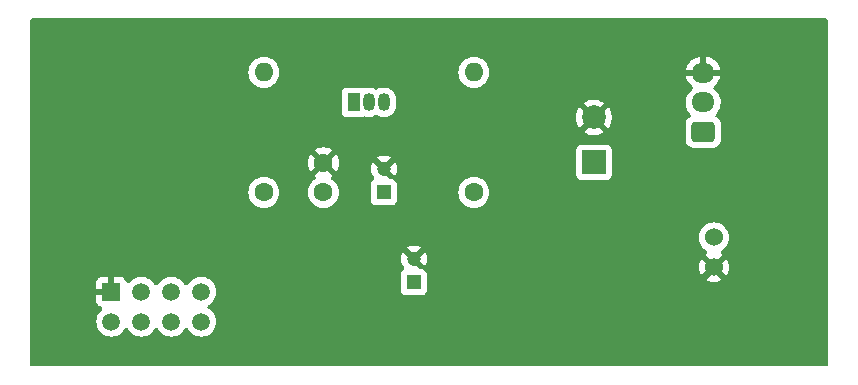
<source format=gbr>
%TF.GenerationSoftware,KiCad,Pcbnew,6.0.6-3a73a75311~116~ubuntu20.04.1*%
%TF.CreationDate,2022-07-17T11:06:13-05:00*%
%TF.ProjectId,esp_ha_integrator,6573705f-6861-45f6-996e-746567726174,rev?*%
%TF.SameCoordinates,Original*%
%TF.FileFunction,Copper,L2,Bot*%
%TF.FilePolarity,Positive*%
%FSLAX46Y46*%
G04 Gerber Fmt 4.6, Leading zero omitted, Abs format (unit mm)*
G04 Created by KiCad (PCBNEW 6.0.6-3a73a75311~116~ubuntu20.04.1) date 2022-07-17 11:06:13*
%MOMM*%
%LPD*%
G01*
G04 APERTURE LIST*
G04 Aperture macros list*
%AMRoundRect*
0 Rectangle with rounded corners*
0 $1 Rounding radius*
0 $2 $3 $4 $5 $6 $7 $8 $9 X,Y pos of 4 corners*
0 Add a 4 corners polygon primitive as box body*
4,1,4,$2,$3,$4,$5,$6,$7,$8,$9,$2,$3,0*
0 Add four circle primitives for the rounded corners*
1,1,$1+$1,$2,$3*
1,1,$1+$1,$4,$5*
1,1,$1+$1,$6,$7*
1,1,$1+$1,$8,$9*
0 Add four rect primitives between the rounded corners*
20,1,$1+$1,$2,$3,$4,$5,0*
20,1,$1+$1,$4,$5,$6,$7,0*
20,1,$1+$1,$6,$7,$8,$9,0*
20,1,$1+$1,$8,$9,$2,$3,0*%
G04 Aperture macros list end*
%TA.AperFunction,ComponentPad*%
%ADD10R,1.500000X1.500000*%
%TD*%
%TA.AperFunction,ComponentPad*%
%ADD11C,1.500000*%
%TD*%
%TA.AperFunction,ComponentPad*%
%ADD12RoundRect,0.250000X0.725000X-0.600000X0.725000X0.600000X-0.725000X0.600000X-0.725000X-0.600000X0*%
%TD*%
%TA.AperFunction,ComponentPad*%
%ADD13O,1.950000X1.700000*%
%TD*%
%TA.AperFunction,ComponentPad*%
%ADD14C,1.524000*%
%TD*%
%TA.AperFunction,ComponentPad*%
%ADD15R,1.050000X1.500000*%
%TD*%
%TA.AperFunction,ComponentPad*%
%ADD16O,1.050000X1.500000*%
%TD*%
%TA.AperFunction,ComponentPad*%
%ADD17C,1.600000*%
%TD*%
%TA.AperFunction,ComponentPad*%
%ADD18O,1.600000X1.600000*%
%TD*%
%TA.AperFunction,ComponentPad*%
%ADD19R,1.200000X1.200000*%
%TD*%
%TA.AperFunction,ComponentPad*%
%ADD20C,1.200000*%
%TD*%
%TA.AperFunction,ComponentPad*%
%ADD21R,2.000000X2.000000*%
%TD*%
%TA.AperFunction,ComponentPad*%
%ADD22C,2.000000*%
%TD*%
G04 APERTURE END LIST*
D10*
%TO.P,U1,1,GND*%
%TO.N,GND*%
X119155000Y-97300000D03*
D11*
%TO.P,U1,2,IO2*%
%TO.N,DataLow*%
X121695000Y-97300000D03*
%TO.P,U1,3,IO0*%
%TO.N,unconnected-(U1-Pad3)*%
X124235000Y-97300000D03*
%TO.P,U1,4,RXD*%
%TO.N,unconnected-(U1-Pad4)*%
X126775000Y-97300000D03*
%TO.P,U1,5,TXD*%
%TO.N,unconnected-(U1-Pad5)*%
X119155000Y-99840000D03*
%TO.P,U1,6,EN*%
%TO.N,unconnected-(U1-Pad6)*%
X121695000Y-99840000D03*
%TO.P,U1,7,~{RST}*%
%TO.N,unconnected-(U1-Pad7)*%
X124235000Y-99840000D03*
%TO.P,U1,8,VCC*%
%TO.N,+3V3*%
X126775000Y-99840000D03*
%TD*%
D12*
%TO.P,J2,1,Pin_1*%
%TO.N,+5V*%
X169270000Y-83780000D03*
D13*
%TO.P,J2,2,Pin_2*%
%TO.N,DataHigh*%
X169270000Y-81280000D03*
%TO.P,J2,3,Pin_3*%
%TO.N,GND*%
X169270000Y-78780000D03*
%TD*%
D14*
%TO.P,J1,1,Pin_1*%
%TO.N,GND*%
X170180000Y-95240000D03*
%TO.P,J1,2,Pin_2*%
%TO.N,+5V*%
X170180000Y-92720000D03*
%TD*%
D15*
%TO.P,Q1,1,S*%
%TO.N,DataLow*%
X139700000Y-81280000D03*
D16*
%TO.P,Q1,2,G*%
%TO.N,+3V3*%
X140970000Y-81280000D03*
%TO.P,Q1,3,D*%
%TO.N,DataHigh*%
X142240000Y-81280000D03*
%TD*%
D17*
%TO.P,R2,1*%
%TO.N,+5V*%
X149860000Y-88900000D03*
D18*
%TO.P,R2,2*%
%TO.N,DataHigh*%
X149860000Y-78740000D03*
%TD*%
D19*
%TO.P,C3,1*%
%TO.N,+5V*%
X144780000Y-96520000D03*
D20*
%TO.P,C3,2*%
%TO.N,GND*%
X144780000Y-94520000D03*
%TD*%
D17*
%TO.P,C1,1*%
%TO.N,+3V3*%
X137120000Y-88900000D03*
%TO.P,C1,2*%
%TO.N,GND*%
X137120000Y-86400000D03*
%TD*%
D19*
%TO.P,C2,1*%
%TO.N,+3V3*%
X142240000Y-88900000D03*
D20*
%TO.P,C2,2*%
%TO.N,GND*%
X142240000Y-86900000D03*
%TD*%
D21*
%TO.P,C4,1*%
%TO.N,+5V*%
X160020000Y-86360000D03*
D22*
%TO.P,C4,2*%
%TO.N,GND*%
X160020000Y-82560000D03*
%TD*%
D17*
%TO.P,R1,1*%
%TO.N,+3V3*%
X132080000Y-88900000D03*
D18*
%TO.P,R1,2*%
%TO.N,DataLow*%
X132080000Y-78740000D03*
%TD*%
%TA.AperFunction,Conductor*%
%TO.N,GND*%
G36*
X179718843Y-74188207D02*
G01*
X179788084Y-74243426D01*
X179826511Y-74323218D01*
X179831500Y-74367500D01*
X179831500Y-103432500D01*
X179811793Y-103518843D01*
X179756574Y-103588084D01*
X179676782Y-103626511D01*
X179632500Y-103631500D01*
X112467500Y-103631500D01*
X112381157Y-103611793D01*
X112311916Y-103556574D01*
X112273489Y-103476782D01*
X112268500Y-103432500D01*
X112268500Y-99840000D01*
X117891693Y-99840000D01*
X117910885Y-100059371D01*
X117913133Y-100067759D01*
X117965631Y-100263685D01*
X117965633Y-100263691D01*
X117967880Y-100272076D01*
X118060944Y-100471653D01*
X118187251Y-100652038D01*
X118342962Y-100807749D01*
X118523346Y-100934056D01*
X118722924Y-101027120D01*
X118731312Y-101029367D01*
X118731313Y-101029368D01*
X118781377Y-101042783D01*
X118935629Y-101084115D01*
X118944274Y-101084871D01*
X118944278Y-101084872D01*
X119146347Y-101102550D01*
X119155000Y-101103307D01*
X119163653Y-101102550D01*
X119365722Y-101084872D01*
X119365726Y-101084871D01*
X119374371Y-101084115D01*
X119528623Y-101042783D01*
X119578687Y-101029368D01*
X119578688Y-101029367D01*
X119587076Y-101027120D01*
X119786654Y-100934056D01*
X119967038Y-100807749D01*
X120122749Y-100652038D01*
X120249056Y-100471653D01*
X120252687Y-100463866D01*
X120312898Y-100398973D01*
X120395339Y-100366617D01*
X120483655Y-100373235D01*
X120560353Y-100417516D01*
X120597307Y-100463854D01*
X120600944Y-100471653D01*
X120727251Y-100652038D01*
X120882962Y-100807749D01*
X121063346Y-100934056D01*
X121262924Y-101027120D01*
X121271312Y-101029367D01*
X121271313Y-101029368D01*
X121321377Y-101042783D01*
X121475629Y-101084115D01*
X121484274Y-101084871D01*
X121484278Y-101084872D01*
X121686347Y-101102550D01*
X121695000Y-101103307D01*
X121703653Y-101102550D01*
X121905722Y-101084872D01*
X121905726Y-101084871D01*
X121914371Y-101084115D01*
X122068623Y-101042783D01*
X122118687Y-101029368D01*
X122118688Y-101029367D01*
X122127076Y-101027120D01*
X122326654Y-100934056D01*
X122507038Y-100807749D01*
X122662749Y-100652038D01*
X122789056Y-100471653D01*
X122792687Y-100463866D01*
X122852898Y-100398973D01*
X122935339Y-100366617D01*
X123023655Y-100373235D01*
X123100353Y-100417516D01*
X123137307Y-100463854D01*
X123140944Y-100471653D01*
X123267251Y-100652038D01*
X123422962Y-100807749D01*
X123603346Y-100934056D01*
X123802924Y-101027120D01*
X123811312Y-101029367D01*
X123811313Y-101029368D01*
X123861377Y-101042783D01*
X124015629Y-101084115D01*
X124024274Y-101084871D01*
X124024278Y-101084872D01*
X124226347Y-101102550D01*
X124235000Y-101103307D01*
X124243653Y-101102550D01*
X124445722Y-101084872D01*
X124445726Y-101084871D01*
X124454371Y-101084115D01*
X124608623Y-101042783D01*
X124658687Y-101029368D01*
X124658688Y-101029367D01*
X124667076Y-101027120D01*
X124866654Y-100934056D01*
X125047038Y-100807749D01*
X125202749Y-100652038D01*
X125329056Y-100471653D01*
X125332687Y-100463866D01*
X125392898Y-100398973D01*
X125475339Y-100366617D01*
X125563655Y-100373235D01*
X125640353Y-100417516D01*
X125677307Y-100463854D01*
X125680944Y-100471653D01*
X125807251Y-100652038D01*
X125962962Y-100807749D01*
X126143346Y-100934056D01*
X126342924Y-101027120D01*
X126351312Y-101029367D01*
X126351313Y-101029368D01*
X126401377Y-101042783D01*
X126555629Y-101084115D01*
X126564274Y-101084871D01*
X126564278Y-101084872D01*
X126766347Y-101102550D01*
X126775000Y-101103307D01*
X126783653Y-101102550D01*
X126985722Y-101084872D01*
X126985726Y-101084871D01*
X126994371Y-101084115D01*
X127148623Y-101042783D01*
X127198687Y-101029368D01*
X127198688Y-101029367D01*
X127207076Y-101027120D01*
X127406654Y-100934056D01*
X127587038Y-100807749D01*
X127742749Y-100652038D01*
X127869056Y-100471653D01*
X127962120Y-100272076D01*
X127964367Y-100263691D01*
X127964369Y-100263685D01*
X128016867Y-100067759D01*
X128019115Y-100059371D01*
X128038307Y-99840000D01*
X128019115Y-99620629D01*
X127995705Y-99533263D01*
X127964369Y-99416315D01*
X127964367Y-99416309D01*
X127962120Y-99407924D01*
X127869056Y-99208347D01*
X127742749Y-99027962D01*
X127587038Y-98872251D01*
X127406654Y-98745944D01*
X127398867Y-98742313D01*
X127333973Y-98682099D01*
X127301618Y-98599657D01*
X127308238Y-98511341D01*
X127352520Y-98434644D01*
X127398856Y-98397692D01*
X127406654Y-98394056D01*
X127587038Y-98267749D01*
X127742749Y-98112038D01*
X127869056Y-97931653D01*
X127962120Y-97732076D01*
X127964367Y-97723691D01*
X127964369Y-97723685D01*
X128005384Y-97570615D01*
X128019115Y-97519371D01*
X128021531Y-97491762D01*
X128037550Y-97308653D01*
X128038307Y-97300000D01*
X128037550Y-97291347D01*
X128019872Y-97089278D01*
X128019871Y-97089274D01*
X128019115Y-97080629D01*
X127995705Y-96993263D01*
X127964369Y-96876315D01*
X127964367Y-96876309D01*
X127962120Y-96867924D01*
X127869056Y-96668347D01*
X127742749Y-96487962D01*
X127587038Y-96332251D01*
X127406654Y-96205944D01*
X127207076Y-96112880D01*
X127198688Y-96110633D01*
X127198687Y-96110632D01*
X127139799Y-96094853D01*
X126994371Y-96055885D01*
X126985726Y-96055129D01*
X126985722Y-96055128D01*
X126783653Y-96037450D01*
X126775000Y-96036693D01*
X126766347Y-96037450D01*
X126564278Y-96055128D01*
X126564274Y-96055129D01*
X126555629Y-96055885D01*
X126468263Y-96079295D01*
X126351315Y-96110631D01*
X126351309Y-96110633D01*
X126342924Y-96112880D01*
X126143347Y-96205944D01*
X125962962Y-96332251D01*
X125807251Y-96487962D01*
X125680944Y-96668347D01*
X125677313Y-96676134D01*
X125617102Y-96741027D01*
X125534661Y-96773383D01*
X125446345Y-96766765D01*
X125369647Y-96722484D01*
X125332693Y-96676146D01*
X125329056Y-96668347D01*
X125202749Y-96487962D01*
X125047038Y-96332251D01*
X124866654Y-96205944D01*
X124667076Y-96112880D01*
X124658688Y-96110633D01*
X124658687Y-96110632D01*
X124599799Y-96094853D01*
X124454371Y-96055885D01*
X124445726Y-96055129D01*
X124445722Y-96055128D01*
X124243653Y-96037450D01*
X124235000Y-96036693D01*
X124226347Y-96037450D01*
X124024278Y-96055128D01*
X124024274Y-96055129D01*
X124015629Y-96055885D01*
X123928263Y-96079295D01*
X123811315Y-96110631D01*
X123811309Y-96110633D01*
X123802924Y-96112880D01*
X123603347Y-96205944D01*
X123422962Y-96332251D01*
X123267251Y-96487962D01*
X123140944Y-96668347D01*
X123137313Y-96676134D01*
X123077102Y-96741027D01*
X122994661Y-96773383D01*
X122906345Y-96766765D01*
X122829647Y-96722484D01*
X122792693Y-96676146D01*
X122789056Y-96668347D01*
X122662749Y-96487962D01*
X122507038Y-96332251D01*
X122326654Y-96205944D01*
X122127076Y-96112880D01*
X122118688Y-96110633D01*
X122118687Y-96110632D01*
X122059799Y-96094853D01*
X121914371Y-96055885D01*
X121905726Y-96055129D01*
X121905722Y-96055128D01*
X121703653Y-96037450D01*
X121695000Y-96036693D01*
X121686347Y-96037450D01*
X121484278Y-96055128D01*
X121484274Y-96055129D01*
X121475629Y-96055885D01*
X121388263Y-96079295D01*
X121271315Y-96110631D01*
X121271309Y-96110633D01*
X121262924Y-96112880D01*
X121063347Y-96205944D01*
X120882962Y-96332251D01*
X120727251Y-96487962D01*
X120725439Y-96486150D01*
X120666722Y-96530644D01*
X120579918Y-96548209D01*
X120494089Y-96526372D01*
X120426235Y-96469457D01*
X120398505Y-96419125D01*
X120360150Y-96316815D01*
X120346672Y-96292196D01*
X120276405Y-96198439D01*
X120256561Y-96178595D01*
X120162804Y-96108328D01*
X120138191Y-96094853D01*
X120026887Y-96053127D01*
X120002804Y-96047401D01*
X119958449Y-96042582D01*
X119947699Y-96042000D01*
X119431423Y-96042000D01*
X119412453Y-96046330D01*
X119409000Y-96053500D01*
X119409000Y-97355000D01*
X119389293Y-97441343D01*
X119334074Y-97510584D01*
X119254282Y-97549011D01*
X119210000Y-97554000D01*
X117919424Y-97554000D01*
X117900454Y-97558330D01*
X117897001Y-97565500D01*
X117897001Y-98092696D01*
X117897584Y-98103453D01*
X117902400Y-98147799D01*
X117908128Y-98171890D01*
X117949853Y-98283191D01*
X117963328Y-98307804D01*
X118033595Y-98401561D01*
X118053439Y-98421405D01*
X118147196Y-98491672D01*
X118171815Y-98505150D01*
X118274125Y-98543505D01*
X118348056Y-98592267D01*
X118393508Y-98668277D01*
X118401479Y-98756481D01*
X118370390Y-98839408D01*
X118341988Y-98871277D01*
X118342962Y-98872251D01*
X118187251Y-99027962D01*
X118060944Y-99208347D01*
X117967880Y-99407924D01*
X117965633Y-99416309D01*
X117965631Y-99416315D01*
X117934295Y-99533263D01*
X117910885Y-99620629D01*
X117891693Y-99840000D01*
X112268500Y-99840000D01*
X112268500Y-97023577D01*
X117897000Y-97023577D01*
X117901330Y-97042547D01*
X117908500Y-97046000D01*
X118878577Y-97046000D01*
X118897547Y-97041670D01*
X118901000Y-97034500D01*
X118901000Y-96064424D01*
X118896670Y-96045454D01*
X118889500Y-96042001D01*
X118362304Y-96042001D01*
X118351547Y-96042584D01*
X118307201Y-96047400D01*
X118283110Y-96053128D01*
X118171809Y-96094853D01*
X118147196Y-96108328D01*
X118053439Y-96178595D01*
X118033595Y-96198439D01*
X117963328Y-96292196D01*
X117949853Y-96316809D01*
X117908127Y-96428113D01*
X117902401Y-96452196D01*
X117897582Y-96496551D01*
X117897000Y-96507301D01*
X117897000Y-97023577D01*
X112268500Y-97023577D01*
X112268500Y-94499976D01*
X143668231Y-94499976D01*
X143680356Y-94684969D01*
X143683199Y-94702914D01*
X143728833Y-94882601D01*
X143734900Y-94899731D01*
X143812509Y-95068079D01*
X143821601Y-95083828D01*
X143926722Y-95232570D01*
X143960460Y-95314455D01*
X143955329Y-95402870D01*
X143912344Y-95480302D01*
X143883555Y-95506663D01*
X143816739Y-95556739D01*
X143729385Y-95673295D01*
X143678255Y-95809684D01*
X143671500Y-95871866D01*
X143671500Y-97168134D01*
X143678255Y-97230316D01*
X143729385Y-97366705D01*
X143816739Y-97483261D01*
X143933295Y-97570615D01*
X144069684Y-97621745D01*
X144107760Y-97625881D01*
X144126506Y-97627918D01*
X144126511Y-97627918D01*
X144131866Y-97628500D01*
X145428134Y-97628500D01*
X145433489Y-97627918D01*
X145433494Y-97627918D01*
X145452240Y-97625881D01*
X145490316Y-97621745D01*
X145626705Y-97570615D01*
X145743261Y-97483261D01*
X145830615Y-97366705D01*
X145881745Y-97230316D01*
X145888500Y-97168134D01*
X145888500Y-96300097D01*
X169485110Y-96300097D01*
X169495707Y-96311237D01*
X169535456Y-96339069D01*
X169550452Y-96347726D01*
X169736096Y-96434294D01*
X169752372Y-96440218D01*
X169950233Y-96493235D01*
X169967276Y-96496240D01*
X170171347Y-96514094D01*
X170188653Y-96514094D01*
X170392724Y-96496240D01*
X170409767Y-96493235D01*
X170607628Y-96440218D01*
X170623904Y-96434294D01*
X170809548Y-96347726D01*
X170824544Y-96339069D01*
X170862238Y-96312675D01*
X170875026Y-96298544D01*
X170866524Y-96285734D01*
X170195855Y-95615065D01*
X170179380Y-95604713D01*
X170171869Y-95607341D01*
X169495250Y-96283960D01*
X169485110Y-96300097D01*
X145888500Y-96300097D01*
X145888500Y-95871866D01*
X145881745Y-95809684D01*
X145830615Y-95673295D01*
X145743261Y-95556739D01*
X145626705Y-95469385D01*
X145625065Y-95468770D01*
X145585731Y-95433900D01*
X145514253Y-95425046D01*
X145514140Y-95425521D01*
X145509850Y-95424501D01*
X145505563Y-95423970D01*
X145502002Y-95422635D01*
X145501996Y-95422633D01*
X145490316Y-95418255D01*
X145452240Y-95414119D01*
X145433494Y-95412082D01*
X145433489Y-95412082D01*
X145428134Y-95411500D01*
X145394717Y-95411500D01*
X145308374Y-95391793D01*
X145254003Y-95353214D01*
X145149442Y-95248653D01*
X168905906Y-95248653D01*
X168923760Y-95452724D01*
X168926765Y-95469767D01*
X168979784Y-95667637D01*
X168985701Y-95683894D01*
X169072278Y-95869556D01*
X169080926Y-95884536D01*
X169107325Y-95922239D01*
X169121455Y-95935025D01*
X169134269Y-95926521D01*
X169804935Y-95255855D01*
X169814508Y-95240620D01*
X170544713Y-95240620D01*
X170547341Y-95248131D01*
X171223960Y-95924750D01*
X171240097Y-95934890D01*
X171251236Y-95924294D01*
X171279074Y-95884536D01*
X171287722Y-95869556D01*
X171374299Y-95683894D01*
X171380216Y-95667637D01*
X171433235Y-95469767D01*
X171436240Y-95452724D01*
X171454094Y-95248653D01*
X171454094Y-95231347D01*
X171436240Y-95027276D01*
X171433235Y-95010233D01*
X171380216Y-94812363D01*
X171374299Y-94796106D01*
X171287722Y-94610444D01*
X171279074Y-94595464D01*
X171252675Y-94557761D01*
X171238545Y-94544975D01*
X171225731Y-94553479D01*
X170555065Y-95224145D01*
X170544713Y-95240620D01*
X169814508Y-95240620D01*
X169815287Y-95239380D01*
X169812659Y-95231869D01*
X169136040Y-94555250D01*
X169119903Y-94545110D01*
X169108764Y-94555706D01*
X169080926Y-94595464D01*
X169072278Y-94610444D01*
X168985701Y-94796106D01*
X168979784Y-94812363D01*
X168926765Y-95010233D01*
X168923760Y-95027276D01*
X168905906Y-95231347D01*
X168905906Y-95248653D01*
X145149442Y-95248653D01*
X144421410Y-94520620D01*
X145144713Y-94520620D01*
X145147341Y-94528131D01*
X145716130Y-95096919D01*
X145718217Y-95100240D01*
X145720325Y-95099502D01*
X145732028Y-95087799D01*
X145792089Y-94980552D01*
X145799476Y-94963960D01*
X145859071Y-94788401D01*
X145863310Y-94770743D01*
X145890382Y-94584030D01*
X145891375Y-94572384D01*
X145892594Y-94525853D01*
X145892211Y-94514167D01*
X145874949Y-94326303D01*
X145871638Y-94308440D01*
X145821313Y-94130001D01*
X145814807Y-94113051D01*
X145732895Y-93946949D01*
X145723883Y-93939280D01*
X145723253Y-93939403D01*
X145712287Y-93946923D01*
X145155065Y-94504145D01*
X145144713Y-94520620D01*
X144421410Y-94520620D01*
X144420790Y-94520000D01*
X143851585Y-93950796D01*
X143836445Y-93941282D01*
X143827896Y-93949831D01*
X143756201Y-94086102D01*
X143749252Y-94102877D01*
X143694274Y-94279936D01*
X143690497Y-94297704D01*
X143668706Y-94481814D01*
X143668231Y-94499976D01*
X112268500Y-94499976D01*
X112268500Y-93578050D01*
X144203584Y-93578050D01*
X144213539Y-93594328D01*
X144764145Y-94144935D01*
X144780620Y-94155287D01*
X144788131Y-94152659D01*
X145347237Y-93593552D01*
X145356776Y-93578371D01*
X145344211Y-93565783D01*
X145292890Y-93533402D01*
X145276706Y-93525155D01*
X145104508Y-93456456D01*
X145087091Y-93451297D01*
X144905268Y-93415130D01*
X144887187Y-93413230D01*
X144701819Y-93410802D01*
X144683704Y-93412228D01*
X144500984Y-93443625D01*
X144483445Y-93448325D01*
X144309514Y-93512492D01*
X144293104Y-93520319D01*
X144216089Y-93566139D01*
X144203584Y-93578050D01*
X112268500Y-93578050D01*
X112268500Y-92720000D01*
X168904647Y-92720000D01*
X168924022Y-92941463D01*
X168981560Y-93156196D01*
X169075512Y-93357676D01*
X169203023Y-93539781D01*
X169360219Y-93696977D01*
X169532049Y-93817294D01*
X169591473Y-93882961D01*
X169616521Y-93967909D01*
X169602230Y-94055312D01*
X169551432Y-94127859D01*
X169532048Y-94143317D01*
X169497763Y-94167324D01*
X169484975Y-94181455D01*
X169493479Y-94194269D01*
X170164145Y-94864935D01*
X170180620Y-94875287D01*
X170188131Y-94872659D01*
X170864750Y-94196040D01*
X170874890Y-94179903D01*
X170864292Y-94168762D01*
X170827951Y-94143316D01*
X170768527Y-94077649D01*
X170743479Y-93992701D01*
X170757770Y-93905299D01*
X170808568Y-93832752D01*
X170827951Y-93817294D01*
X170999781Y-93696977D01*
X171156977Y-93539781D01*
X171284488Y-93357676D01*
X171378440Y-93156196D01*
X171435978Y-92941463D01*
X171455353Y-92720000D01*
X171435978Y-92498537D01*
X171378440Y-92283804D01*
X171284488Y-92082324D01*
X171156977Y-91900219D01*
X170999781Y-91743023D01*
X170817677Y-91615512D01*
X170616196Y-91521560D01*
X170607799Y-91519310D01*
X170409854Y-91466270D01*
X170409850Y-91466269D01*
X170401463Y-91464022D01*
X170392814Y-91463265D01*
X170392812Y-91463265D01*
X170188653Y-91445404D01*
X170180000Y-91444647D01*
X170171347Y-91445404D01*
X169967188Y-91463265D01*
X169967186Y-91463265D01*
X169958537Y-91464022D01*
X169950150Y-91466269D01*
X169950146Y-91466270D01*
X169752201Y-91519310D01*
X169743804Y-91521560D01*
X169542324Y-91615512D01*
X169360219Y-91743023D01*
X169203023Y-91900219D01*
X169075512Y-92082324D01*
X168981560Y-92283804D01*
X168924022Y-92498537D01*
X168904647Y-92720000D01*
X112268500Y-92720000D01*
X112268500Y-88900000D01*
X130766502Y-88900000D01*
X130786457Y-89128087D01*
X130845716Y-89349243D01*
X130942477Y-89556749D01*
X131073802Y-89744300D01*
X131235700Y-89906198D01*
X131423251Y-90037523D01*
X131630757Y-90134284D01*
X131639154Y-90136534D01*
X131843522Y-90191295D01*
X131843526Y-90191296D01*
X131851913Y-90193543D01*
X131860564Y-90194300D01*
X131860565Y-90194300D01*
X132071347Y-90212741D01*
X132080000Y-90213498D01*
X132088653Y-90212741D01*
X132299435Y-90194300D01*
X132299436Y-90194300D01*
X132308087Y-90193543D01*
X132316474Y-90191296D01*
X132316478Y-90191295D01*
X132520846Y-90136534D01*
X132529243Y-90134284D01*
X132736749Y-90037523D01*
X132924300Y-89906198D01*
X133086198Y-89744300D01*
X133217523Y-89556749D01*
X133314284Y-89349243D01*
X133373543Y-89128087D01*
X133393498Y-88900000D01*
X135806502Y-88900000D01*
X135826457Y-89128087D01*
X135885716Y-89349243D01*
X135982477Y-89556749D01*
X136113802Y-89744300D01*
X136275700Y-89906198D01*
X136463251Y-90037523D01*
X136670757Y-90134284D01*
X136679154Y-90136534D01*
X136883522Y-90191295D01*
X136883526Y-90191296D01*
X136891913Y-90193543D01*
X136900564Y-90194300D01*
X136900565Y-90194300D01*
X137111347Y-90212741D01*
X137120000Y-90213498D01*
X137128653Y-90212741D01*
X137339435Y-90194300D01*
X137339436Y-90194300D01*
X137348087Y-90193543D01*
X137356474Y-90191296D01*
X137356478Y-90191295D01*
X137560846Y-90136534D01*
X137569243Y-90134284D01*
X137776749Y-90037523D01*
X137964300Y-89906198D01*
X138126198Y-89744300D01*
X138257523Y-89556749D01*
X138354284Y-89349243D01*
X138413543Y-89128087D01*
X138433498Y-88900000D01*
X138413543Y-88671913D01*
X138354284Y-88450757D01*
X138257523Y-88243251D01*
X138126198Y-88055700D01*
X137964300Y-87893802D01*
X137848349Y-87812612D01*
X137788925Y-87746945D01*
X137763877Y-87661997D01*
X137778168Y-87574594D01*
X137814938Y-87516075D01*
X137842310Y-87485828D01*
X137833807Y-87473017D01*
X137135855Y-86775065D01*
X137119380Y-86764713D01*
X137111869Y-86767341D01*
X136407966Y-87471244D01*
X136397826Y-87487382D01*
X136421674Y-87512450D01*
X136466907Y-87588590D01*
X136474626Y-87676816D01*
X136443299Y-87759654D01*
X136391636Y-87812622D01*
X136282820Y-87888816D01*
X136282819Y-87888817D01*
X136275700Y-87893802D01*
X136113802Y-88055700D01*
X135982477Y-88243251D01*
X135885716Y-88450757D01*
X135826457Y-88671913D01*
X135806502Y-88900000D01*
X133393498Y-88900000D01*
X133373543Y-88671913D01*
X133314284Y-88450757D01*
X133217523Y-88243251D01*
X133086198Y-88055700D01*
X132924300Y-87893802D01*
X132736749Y-87762477D01*
X132529243Y-87665716D01*
X132515364Y-87661997D01*
X132316478Y-87608705D01*
X132316474Y-87608704D01*
X132308087Y-87606457D01*
X132299436Y-87605700D01*
X132299435Y-87605700D01*
X132088653Y-87587259D01*
X132080000Y-87586502D01*
X132071347Y-87587259D01*
X131860565Y-87605700D01*
X131860564Y-87605700D01*
X131851913Y-87606457D01*
X131843526Y-87608704D01*
X131843522Y-87608705D01*
X131644636Y-87661997D01*
X131630757Y-87665716D01*
X131423251Y-87762477D01*
X131235700Y-87893802D01*
X131073802Y-88055700D01*
X130942477Y-88243251D01*
X130845716Y-88450757D01*
X130786457Y-88671913D01*
X130766502Y-88900000D01*
X112268500Y-88900000D01*
X112268500Y-86408653D01*
X135807761Y-86408653D01*
X135826194Y-86619348D01*
X135829199Y-86636390D01*
X135883937Y-86840674D01*
X135889861Y-86856950D01*
X135979238Y-87048618D01*
X135987898Y-87063619D01*
X136020041Y-87109524D01*
X136034171Y-87122310D01*
X136046983Y-87113807D01*
X136744935Y-86415855D01*
X136754508Y-86400620D01*
X137484713Y-86400620D01*
X137487341Y-86408131D01*
X138191244Y-87112034D01*
X138207382Y-87122174D01*
X138218521Y-87111577D01*
X138252102Y-87063619D01*
X138260762Y-87048618D01*
X138339402Y-86879976D01*
X141128231Y-86879976D01*
X141140356Y-87064969D01*
X141143199Y-87082914D01*
X141188833Y-87262601D01*
X141194900Y-87279731D01*
X141272509Y-87448079D01*
X141281601Y-87463828D01*
X141386722Y-87612570D01*
X141420460Y-87694455D01*
X141415329Y-87782870D01*
X141372344Y-87860302D01*
X141343555Y-87886663D01*
X141334030Y-87893802D01*
X141276739Y-87936739D01*
X141189385Y-88053295D01*
X141138255Y-88189684D01*
X141131500Y-88251866D01*
X141131500Y-89548134D01*
X141138255Y-89610316D01*
X141189385Y-89746705D01*
X141276739Y-89863261D01*
X141393295Y-89950615D01*
X141529684Y-90001745D01*
X141567760Y-90005881D01*
X141586506Y-90007918D01*
X141586511Y-90007918D01*
X141591866Y-90008500D01*
X142888134Y-90008500D01*
X142893489Y-90007918D01*
X142893494Y-90007918D01*
X142912240Y-90005881D01*
X142950316Y-90001745D01*
X143086705Y-89950615D01*
X143203261Y-89863261D01*
X143290615Y-89746705D01*
X143341745Y-89610316D01*
X143348500Y-89548134D01*
X143348500Y-88900000D01*
X148546502Y-88900000D01*
X148566457Y-89128087D01*
X148625716Y-89349243D01*
X148722477Y-89556749D01*
X148853802Y-89744300D01*
X149015700Y-89906198D01*
X149203251Y-90037523D01*
X149410757Y-90134284D01*
X149419154Y-90136534D01*
X149623522Y-90191295D01*
X149623526Y-90191296D01*
X149631913Y-90193543D01*
X149640564Y-90194300D01*
X149640565Y-90194300D01*
X149851347Y-90212741D01*
X149860000Y-90213498D01*
X149868653Y-90212741D01*
X150079435Y-90194300D01*
X150079436Y-90194300D01*
X150088087Y-90193543D01*
X150096474Y-90191296D01*
X150096478Y-90191295D01*
X150300846Y-90136534D01*
X150309243Y-90134284D01*
X150516749Y-90037523D01*
X150704300Y-89906198D01*
X150866198Y-89744300D01*
X150997523Y-89556749D01*
X151094284Y-89349243D01*
X151153543Y-89128087D01*
X151173498Y-88900000D01*
X151153543Y-88671913D01*
X151094284Y-88450757D01*
X150997523Y-88243251D01*
X150866198Y-88055700D01*
X150704300Y-87893802D01*
X150516749Y-87762477D01*
X150309243Y-87665716D01*
X150295364Y-87661997D01*
X150096478Y-87608705D01*
X150096474Y-87608704D01*
X150088087Y-87606457D01*
X150079436Y-87605700D01*
X150079435Y-87605700D01*
X149868653Y-87587259D01*
X149860000Y-87586502D01*
X149851347Y-87587259D01*
X149640565Y-87605700D01*
X149640564Y-87605700D01*
X149631913Y-87606457D01*
X149623526Y-87608704D01*
X149623522Y-87608705D01*
X149424636Y-87661997D01*
X149410757Y-87665716D01*
X149203251Y-87762477D01*
X149015700Y-87893802D01*
X148853802Y-88055700D01*
X148722477Y-88243251D01*
X148625716Y-88450757D01*
X148566457Y-88671913D01*
X148546502Y-88900000D01*
X143348500Y-88900000D01*
X143348500Y-88251866D01*
X143341745Y-88189684D01*
X143290615Y-88053295D01*
X143203261Y-87936739D01*
X143086705Y-87849385D01*
X143085065Y-87848770D01*
X143045731Y-87813900D01*
X142974253Y-87805046D01*
X142974140Y-87805521D01*
X142969850Y-87804501D01*
X142965563Y-87803970D01*
X142962002Y-87802635D01*
X142961996Y-87802633D01*
X142950316Y-87798255D01*
X142912240Y-87794119D01*
X142893494Y-87792082D01*
X142893489Y-87792082D01*
X142888134Y-87791500D01*
X142854717Y-87791500D01*
X142768374Y-87771793D01*
X142714003Y-87733214D01*
X141881410Y-86900620D01*
X142604713Y-86900620D01*
X142607341Y-86908131D01*
X143176130Y-87476919D01*
X143178217Y-87480240D01*
X143180325Y-87479502D01*
X143192028Y-87467799D01*
X143225442Y-87408134D01*
X158511500Y-87408134D01*
X158518255Y-87470316D01*
X158569385Y-87606705D01*
X158656739Y-87723261D01*
X158773295Y-87810615D01*
X158909684Y-87861745D01*
X158947760Y-87865881D01*
X158966506Y-87867918D01*
X158966511Y-87867918D01*
X158971866Y-87868500D01*
X161068134Y-87868500D01*
X161073489Y-87867918D01*
X161073494Y-87867918D01*
X161092240Y-87865881D01*
X161130316Y-87861745D01*
X161266705Y-87810615D01*
X161383261Y-87723261D01*
X161470615Y-87606705D01*
X161521745Y-87470316D01*
X161528500Y-87408134D01*
X161528500Y-85311866D01*
X161527216Y-85300041D01*
X161525881Y-85287760D01*
X161521745Y-85249684D01*
X161470615Y-85113295D01*
X161383261Y-84996739D01*
X161266705Y-84909385D01*
X161130316Y-84858255D01*
X161092240Y-84854119D01*
X161073494Y-84852082D01*
X161073489Y-84852082D01*
X161068134Y-84851500D01*
X158971866Y-84851500D01*
X158966511Y-84852082D01*
X158966506Y-84852082D01*
X158947760Y-84854119D01*
X158909684Y-84858255D01*
X158773295Y-84909385D01*
X158656739Y-84996739D01*
X158569385Y-85113295D01*
X158518255Y-85249684D01*
X158514119Y-85287760D01*
X158512785Y-85300041D01*
X158511500Y-85311866D01*
X158511500Y-87408134D01*
X143225442Y-87408134D01*
X143252089Y-87360552D01*
X143259476Y-87343960D01*
X143319071Y-87168401D01*
X143323310Y-87150743D01*
X143350382Y-86964030D01*
X143351375Y-86952384D01*
X143352594Y-86905853D01*
X143352211Y-86894167D01*
X143334949Y-86706303D01*
X143331638Y-86688440D01*
X143281313Y-86510001D01*
X143274807Y-86493051D01*
X143192895Y-86326949D01*
X143183883Y-86319280D01*
X143183253Y-86319403D01*
X143172287Y-86326923D01*
X142615065Y-86884145D01*
X142604713Y-86900620D01*
X141881410Y-86900620D01*
X141880790Y-86900000D01*
X141311585Y-86330796D01*
X141296445Y-86321282D01*
X141287896Y-86329831D01*
X141216201Y-86466102D01*
X141209252Y-86482877D01*
X141154274Y-86659936D01*
X141150497Y-86677704D01*
X141128706Y-86861814D01*
X141128231Y-86879976D01*
X138339402Y-86879976D01*
X138350139Y-86856950D01*
X138356063Y-86840674D01*
X138410801Y-86636390D01*
X138413806Y-86619348D01*
X138432239Y-86408653D01*
X138432239Y-86391347D01*
X138413806Y-86180652D01*
X138410801Y-86163610D01*
X138356063Y-85959326D01*
X138355599Y-85958050D01*
X141663584Y-85958050D01*
X141673539Y-85974328D01*
X142224145Y-86524935D01*
X142240620Y-86535287D01*
X142248131Y-86532659D01*
X142807237Y-85973552D01*
X142816776Y-85958371D01*
X142804211Y-85945783D01*
X142752890Y-85913402D01*
X142736706Y-85905155D01*
X142564508Y-85836456D01*
X142547091Y-85831297D01*
X142365268Y-85795130D01*
X142347187Y-85793230D01*
X142161819Y-85790802D01*
X142143704Y-85792228D01*
X141960984Y-85823625D01*
X141943445Y-85828325D01*
X141769514Y-85892492D01*
X141753104Y-85900319D01*
X141676089Y-85946139D01*
X141663584Y-85958050D01*
X138355599Y-85958050D01*
X138350139Y-85943050D01*
X138260762Y-85751382D01*
X138252102Y-85736381D01*
X138219959Y-85690476D01*
X138205829Y-85677690D01*
X138193017Y-85686193D01*
X137495065Y-86384145D01*
X137484713Y-86400620D01*
X136754508Y-86400620D01*
X136755287Y-86399380D01*
X136752659Y-86391869D01*
X136048756Y-85687966D01*
X136032618Y-85677826D01*
X136021479Y-85688423D01*
X135987898Y-85736381D01*
X135979238Y-85751382D01*
X135889861Y-85943050D01*
X135883937Y-85959326D01*
X135829199Y-86163610D01*
X135826194Y-86180652D01*
X135807761Y-86391347D01*
X135807761Y-86408653D01*
X112268500Y-86408653D01*
X112268500Y-85314171D01*
X136397690Y-85314171D01*
X136406193Y-85326983D01*
X137104145Y-86024935D01*
X137120620Y-86035287D01*
X137128131Y-86032659D01*
X137832034Y-85328756D01*
X137842174Y-85312618D01*
X137831577Y-85301479D01*
X137783619Y-85267898D01*
X137768618Y-85259238D01*
X137576950Y-85169861D01*
X137560674Y-85163937D01*
X137356390Y-85109199D01*
X137339348Y-85106194D01*
X137128653Y-85087761D01*
X137111347Y-85087761D01*
X136900652Y-85106194D01*
X136883610Y-85109199D01*
X136679326Y-85163937D01*
X136663050Y-85169861D01*
X136471382Y-85259238D01*
X136456381Y-85267898D01*
X136410476Y-85300041D01*
X136397690Y-85314171D01*
X112268500Y-85314171D01*
X112268500Y-83792150D01*
X159152599Y-83792150D01*
X159165708Y-83805113D01*
X159326602Y-83903710D01*
X159340485Y-83910784D01*
X159545343Y-83995638D01*
X159560155Y-84000451D01*
X159775770Y-84052216D01*
X159791156Y-84054653D01*
X160012211Y-84072050D01*
X160027789Y-84072050D01*
X160248844Y-84054653D01*
X160264230Y-84052216D01*
X160479845Y-84000451D01*
X160494657Y-83995638D01*
X160699515Y-83910784D01*
X160713398Y-83903710D01*
X160874774Y-83804818D01*
X160887358Y-83792513D01*
X160877635Y-83776845D01*
X160035855Y-82935065D01*
X160019380Y-82924713D01*
X160011869Y-82927341D01*
X159161963Y-83777247D01*
X159152599Y-83792150D01*
X112268500Y-83792150D01*
X112268500Y-82567789D01*
X158507950Y-82567789D01*
X158525347Y-82788844D01*
X158527784Y-82804230D01*
X158579549Y-83019845D01*
X158584362Y-83034657D01*
X158669216Y-83239515D01*
X158676290Y-83253398D01*
X158775182Y-83414774D01*
X158787487Y-83427358D01*
X158803155Y-83417635D01*
X159644935Y-82575855D01*
X159654508Y-82560620D01*
X160384713Y-82560620D01*
X160387341Y-82568131D01*
X161237247Y-83418037D01*
X161252150Y-83427401D01*
X161265113Y-83414292D01*
X161363710Y-83253398D01*
X161370784Y-83239515D01*
X161455638Y-83034657D01*
X161460451Y-83019845D01*
X161512216Y-82804230D01*
X161514653Y-82788844D01*
X161532050Y-82567789D01*
X161532050Y-82552211D01*
X161514653Y-82331156D01*
X161512216Y-82315770D01*
X161460451Y-82100155D01*
X161455638Y-82085343D01*
X161370784Y-81880485D01*
X161363710Y-81866602D01*
X161264818Y-81705226D01*
X161252513Y-81692642D01*
X161236845Y-81702365D01*
X160395065Y-82544145D01*
X160384713Y-82560620D01*
X159654508Y-82560620D01*
X159655287Y-82559380D01*
X159652659Y-82551869D01*
X158802753Y-81701963D01*
X158787850Y-81692599D01*
X158774887Y-81705708D01*
X158676290Y-81866602D01*
X158669216Y-81880485D01*
X158584362Y-82085343D01*
X158579549Y-82100155D01*
X158527784Y-82315770D01*
X158525347Y-82331156D01*
X158507950Y-82552211D01*
X158507950Y-82567789D01*
X112268500Y-82567789D01*
X112268500Y-82078134D01*
X138666500Y-82078134D01*
X138673255Y-82140316D01*
X138724385Y-82276705D01*
X138811739Y-82393261D01*
X138928295Y-82480615D01*
X139064684Y-82531745D01*
X139102760Y-82535881D01*
X139121506Y-82537918D01*
X139121511Y-82537918D01*
X139126866Y-82538500D01*
X140273134Y-82538500D01*
X140278489Y-82537918D01*
X140278494Y-82537918D01*
X140297240Y-82535881D01*
X140335316Y-82531745D01*
X140471705Y-82480615D01*
X140472775Y-82483469D01*
X140536243Y-82465456D01*
X140605459Y-82474086D01*
X140761180Y-82522290D01*
X140909870Y-82537918D01*
X140953073Y-82542459D01*
X140953074Y-82542459D01*
X140962750Y-82543476D01*
X141164596Y-82525106D01*
X141323000Y-82478485D01*
X141349686Y-82470631D01*
X141349688Y-82470630D01*
X141359029Y-82467881D01*
X141513757Y-82386992D01*
X141599401Y-82364456D01*
X141686346Y-82381311D01*
X141700593Y-82388295D01*
X141837565Y-82462356D01*
X142031180Y-82522290D01*
X142179870Y-82537918D01*
X142223073Y-82542459D01*
X142223074Y-82542459D01*
X142232750Y-82543476D01*
X142434596Y-82525106D01*
X142593000Y-82478485D01*
X142619686Y-82470631D01*
X142619688Y-82470630D01*
X142629029Y-82467881D01*
X142751943Y-82403624D01*
X142800015Y-82378493D01*
X142800018Y-82378491D01*
X142808645Y-82373981D01*
X142966601Y-82246981D01*
X142983219Y-82227177D01*
X143018664Y-82184935D01*
X143096881Y-82091719D01*
X143194523Y-81914109D01*
X143255807Y-81720916D01*
X143258984Y-81692599D01*
X143272880Y-81568706D01*
X143273500Y-81563183D01*
X143273500Y-81327487D01*
X159152642Y-81327487D01*
X159162365Y-81343155D01*
X160004145Y-82184935D01*
X160020620Y-82195287D01*
X160028131Y-82192659D01*
X160878037Y-81342753D01*
X160887401Y-81327850D01*
X160874292Y-81314887D01*
X160713398Y-81216290D01*
X160712385Y-81215774D01*
X167783102Y-81215774D01*
X167791751Y-81446158D01*
X167839093Y-81671791D01*
X167852488Y-81705708D01*
X167889910Y-81800466D01*
X167923776Y-81886221D01*
X167928148Y-81893425D01*
X167928150Y-81893430D01*
X167991883Y-81998458D01*
X168043377Y-82083317D01*
X168048908Y-82089691D01*
X168180936Y-82241840D01*
X168222641Y-82319969D01*
X168226316Y-82408456D01*
X168191235Y-82489775D01*
X168135352Y-82541484D01*
X168132133Y-82543476D01*
X168070652Y-82581522D01*
X167945695Y-82706697D01*
X167939631Y-82716535D01*
X167939630Y-82716536D01*
X167858951Y-82847421D01*
X167852885Y-82857262D01*
X167849247Y-82868232D01*
X167849245Y-82868235D01*
X167829641Y-82927341D01*
X167797203Y-83025139D01*
X167786500Y-83129600D01*
X167786500Y-84430400D01*
X167797474Y-84536166D01*
X167853450Y-84703946D01*
X167946522Y-84854348D01*
X168071697Y-84979305D01*
X168222262Y-85072115D01*
X168233232Y-85075753D01*
X168233235Y-85075755D01*
X168379830Y-85124378D01*
X168379833Y-85124379D01*
X168390139Y-85127797D01*
X168400939Y-85128904D01*
X168400941Y-85128904D01*
X168489550Y-85137983D01*
X168489558Y-85137983D01*
X168494600Y-85138500D01*
X170045400Y-85138500D01*
X170098133Y-85133029D01*
X170140336Y-85128650D01*
X170140339Y-85128649D01*
X170151166Y-85127526D01*
X170227829Y-85101949D01*
X170307977Y-85075210D01*
X170307980Y-85075208D01*
X170318946Y-85071550D01*
X170469348Y-84978478D01*
X170594305Y-84853303D01*
X170680311Y-84713777D01*
X170681049Y-84712579D01*
X170681049Y-84712578D01*
X170687115Y-84702738D01*
X170742797Y-84534861D01*
X170753500Y-84430400D01*
X170753500Y-83129600D01*
X170742526Y-83023834D01*
X170686550Y-82856054D01*
X170593478Y-82705652D01*
X170468303Y-82580695D01*
X170403207Y-82540569D01*
X170340048Y-82478485D01*
X170310080Y-82395146D01*
X170319239Y-82307058D01*
X170370270Y-82227177D01*
X170410033Y-82189245D01*
X170416135Y-82183424D01*
X170448208Y-82140316D01*
X170548721Y-82005223D01*
X170548723Y-82005220D01*
X170553754Y-81998458D01*
X170658240Y-81792949D01*
X170726607Y-81572773D01*
X170756898Y-81344226D01*
X170748249Y-81113842D01*
X170700907Y-80888209D01*
X170653059Y-80767051D01*
X170619321Y-80681620D01*
X170619319Y-80681616D01*
X170616224Y-80673779D01*
X170611852Y-80666575D01*
X170611850Y-80666570D01*
X170501001Y-80483897D01*
X170500998Y-80483893D01*
X170496623Y-80476683D01*
X170345523Y-80302555D01*
X170200509Y-80183650D01*
X170146237Y-80113666D01*
X170127704Y-80027063D01*
X170148583Y-79940996D01*
X170204737Y-79872511D01*
X170215549Y-79864692D01*
X170242019Y-79846871D01*
X170255099Y-79836355D01*
X170409659Y-79688910D01*
X170420793Y-79676325D01*
X170548299Y-79504950D01*
X170557143Y-79490687D01*
X170653959Y-79300266D01*
X170660272Y-79284718D01*
X170723618Y-79080711D01*
X170727223Y-79064316D01*
X170728295Y-79056226D01*
X170726496Y-79036854D01*
X170725425Y-79036151D01*
X170713473Y-79034000D01*
X167833116Y-79034000D01*
X167815265Y-79038074D01*
X167815115Y-79055076D01*
X167837843Y-79163399D01*
X167842670Y-79179487D01*
X167921127Y-79378153D01*
X167928600Y-79393208D01*
X168039407Y-79575811D01*
X168049309Y-79589391D01*
X168189305Y-79750721D01*
X168201345Y-79762429D01*
X168339521Y-79875727D01*
X168393794Y-79945713D01*
X168412326Y-80032315D01*
X168391447Y-80118382D01*
X168335293Y-80186867D01*
X168324482Y-80194685D01*
X168290681Y-80217441D01*
X168123865Y-80376576D01*
X168118831Y-80383342D01*
X168041517Y-80487256D01*
X167986246Y-80561542D01*
X167881760Y-80767051D01*
X167813393Y-80987227D01*
X167783102Y-81215774D01*
X160712385Y-81215774D01*
X160699515Y-81209216D01*
X160494657Y-81124362D01*
X160479845Y-81119549D01*
X160264230Y-81067784D01*
X160248844Y-81065347D01*
X160027789Y-81047950D01*
X160012211Y-81047950D01*
X159791156Y-81065347D01*
X159775770Y-81067784D01*
X159560155Y-81119549D01*
X159545343Y-81124362D01*
X159340485Y-81209216D01*
X159326602Y-81216290D01*
X159165226Y-81315182D01*
X159152642Y-81327487D01*
X143273500Y-81327487D01*
X143273500Y-81003996D01*
X143258723Y-80853287D01*
X143200142Y-80659258D01*
X143144589Y-80554777D01*
X143109560Y-80488896D01*
X143109557Y-80488892D01*
X143104990Y-80480302D01*
X142976890Y-80323237D01*
X142875259Y-80239161D01*
X142828218Y-80200245D01*
X142828217Y-80200244D01*
X142820722Y-80194044D01*
X142642435Y-80097644D01*
X142448820Y-80037710D01*
X142292367Y-80021266D01*
X142256927Y-80017541D01*
X142256926Y-80017541D01*
X142247250Y-80016524D01*
X142045404Y-80034894D01*
X141911144Y-80074409D01*
X141860314Y-80089369D01*
X141860312Y-80089370D01*
X141850971Y-80092119D01*
X141696243Y-80173008D01*
X141610599Y-80195544D01*
X141523654Y-80178689D01*
X141509407Y-80171705D01*
X141372435Y-80097644D01*
X141178820Y-80037710D01*
X141022367Y-80021266D01*
X140986927Y-80017541D01*
X140986926Y-80017541D01*
X140977250Y-80016524D01*
X140775404Y-80034894D01*
X140655387Y-80070217D01*
X140601584Y-80086052D01*
X140513190Y-80091525D01*
X140472418Y-80077482D01*
X140471705Y-80079385D01*
X140335316Y-80028255D01*
X140297240Y-80024119D01*
X140278494Y-80022082D01*
X140278489Y-80022082D01*
X140273134Y-80021500D01*
X139126866Y-80021500D01*
X139121511Y-80022082D01*
X139121506Y-80022082D01*
X139102760Y-80024119D01*
X139064684Y-80028255D01*
X138928295Y-80079385D01*
X138811739Y-80166739D01*
X138724385Y-80283295D01*
X138673255Y-80419684D01*
X138666500Y-80481866D01*
X138666500Y-82078134D01*
X112268500Y-82078134D01*
X112268500Y-78740000D01*
X130766502Y-78740000D01*
X130786457Y-78968087D01*
X130788704Y-78976474D01*
X130788705Y-78976478D01*
X130816635Y-79080711D01*
X130845716Y-79189243D01*
X130942477Y-79396749D01*
X131073802Y-79584300D01*
X131235700Y-79746198D01*
X131364457Y-79836355D01*
X131379476Y-79846871D01*
X131423251Y-79877523D01*
X131630757Y-79974284D01*
X131639154Y-79976534D01*
X131843522Y-80031295D01*
X131843526Y-80031296D01*
X131851913Y-80033543D01*
X131860564Y-80034300D01*
X131860565Y-80034300D01*
X132071347Y-80052741D01*
X132080000Y-80053498D01*
X132088653Y-80052741D01*
X132299435Y-80034300D01*
X132299436Y-80034300D01*
X132308087Y-80033543D01*
X132316474Y-80031296D01*
X132316478Y-80031295D01*
X132520846Y-79976534D01*
X132529243Y-79974284D01*
X132736749Y-79877523D01*
X132780525Y-79846871D01*
X132795543Y-79836355D01*
X132924300Y-79746198D01*
X133086198Y-79584300D01*
X133217523Y-79396749D01*
X133314284Y-79189243D01*
X133343365Y-79080711D01*
X133371295Y-78976478D01*
X133371296Y-78976474D01*
X133373543Y-78968087D01*
X133393498Y-78740000D01*
X148546502Y-78740000D01*
X148566457Y-78968087D01*
X148568704Y-78976474D01*
X148568705Y-78976478D01*
X148596635Y-79080711D01*
X148625716Y-79189243D01*
X148722477Y-79396749D01*
X148853802Y-79584300D01*
X149015700Y-79746198D01*
X149144457Y-79836355D01*
X149159476Y-79846871D01*
X149203251Y-79877523D01*
X149410757Y-79974284D01*
X149419154Y-79976534D01*
X149623522Y-80031295D01*
X149623526Y-80031296D01*
X149631913Y-80033543D01*
X149640564Y-80034300D01*
X149640565Y-80034300D01*
X149851347Y-80052741D01*
X149860000Y-80053498D01*
X149868653Y-80052741D01*
X150079435Y-80034300D01*
X150079436Y-80034300D01*
X150088087Y-80033543D01*
X150096474Y-80031296D01*
X150096478Y-80031295D01*
X150300846Y-79976534D01*
X150309243Y-79974284D01*
X150516749Y-79877523D01*
X150560525Y-79846871D01*
X150575543Y-79836355D01*
X150704300Y-79746198D01*
X150866198Y-79584300D01*
X150997523Y-79396749D01*
X151094284Y-79189243D01*
X151123365Y-79080711D01*
X151151295Y-78976478D01*
X151151296Y-78976474D01*
X151153543Y-78968087D01*
X151173498Y-78740000D01*
X151153543Y-78511913D01*
X151151362Y-78503774D01*
X167811705Y-78503774D01*
X167813504Y-78523146D01*
X167814575Y-78523849D01*
X167826527Y-78526000D01*
X168993577Y-78526000D01*
X169012547Y-78521670D01*
X169016000Y-78514500D01*
X169016000Y-78503577D01*
X169524000Y-78503577D01*
X169528330Y-78522547D01*
X169535500Y-78526000D01*
X170706884Y-78526000D01*
X170724735Y-78521926D01*
X170724885Y-78504924D01*
X170702157Y-78396601D01*
X170697330Y-78380513D01*
X170618873Y-78181847D01*
X170611400Y-78166792D01*
X170500593Y-77984189D01*
X170490691Y-77970609D01*
X170350695Y-77809279D01*
X170338655Y-77797571D01*
X170173477Y-77662133D01*
X170159640Y-77652623D01*
X169973997Y-77546949D01*
X169958755Y-77539906D01*
X169757963Y-77467022D01*
X169741753Y-77462649D01*
X169546065Y-77427263D01*
X169527123Y-77428126D01*
X169524000Y-77443405D01*
X169524000Y-78503577D01*
X169016000Y-78503577D01*
X169016000Y-77450459D01*
X169011670Y-77431489D01*
X169008321Y-77429876D01*
X169000645Y-77429339D01*
X168923759Y-77435863D01*
X168907212Y-77438691D01*
X168700451Y-77492355D01*
X168684608Y-77497934D01*
X168489854Y-77585665D01*
X168475181Y-77593832D01*
X168297982Y-77713128D01*
X168284901Y-77723645D01*
X168130341Y-77871090D01*
X168119207Y-77883675D01*
X167991701Y-78055050D01*
X167982857Y-78069313D01*
X167886041Y-78259734D01*
X167879728Y-78275282D01*
X167816382Y-78479289D01*
X167812777Y-78495684D01*
X167811705Y-78503774D01*
X151151362Y-78503774D01*
X151149195Y-78495684D01*
X151096534Y-78299154D01*
X151094284Y-78290757D01*
X150997523Y-78083251D01*
X150987764Y-78069313D01*
X150871183Y-77902820D01*
X150866198Y-77895700D01*
X150704300Y-77733802D01*
X150516749Y-77602477D01*
X150309243Y-77505716D01*
X150300846Y-77503466D01*
X150096478Y-77448705D01*
X150096474Y-77448704D01*
X150088087Y-77446457D01*
X150079436Y-77445700D01*
X150079435Y-77445700D01*
X149868653Y-77427259D01*
X149860000Y-77426502D01*
X149851347Y-77427259D01*
X149640565Y-77445700D01*
X149640564Y-77445700D01*
X149631913Y-77446457D01*
X149623526Y-77448704D01*
X149623522Y-77448705D01*
X149419154Y-77503466D01*
X149410757Y-77505716D01*
X149203251Y-77602477D01*
X149015700Y-77733802D01*
X148853802Y-77895700D01*
X148848817Y-77902820D01*
X148732237Y-78069313D01*
X148722477Y-78083251D01*
X148625716Y-78290757D01*
X148623466Y-78299154D01*
X148570806Y-78495684D01*
X148566457Y-78511913D01*
X148546502Y-78740000D01*
X133393498Y-78740000D01*
X133373543Y-78511913D01*
X133369195Y-78495684D01*
X133316534Y-78299154D01*
X133314284Y-78290757D01*
X133217523Y-78083251D01*
X133207764Y-78069313D01*
X133091183Y-77902820D01*
X133086198Y-77895700D01*
X132924300Y-77733802D01*
X132736749Y-77602477D01*
X132529243Y-77505716D01*
X132520846Y-77503466D01*
X132316478Y-77448705D01*
X132316474Y-77448704D01*
X132308087Y-77446457D01*
X132299436Y-77445700D01*
X132299435Y-77445700D01*
X132088653Y-77427259D01*
X132080000Y-77426502D01*
X132071347Y-77427259D01*
X131860565Y-77445700D01*
X131860564Y-77445700D01*
X131851913Y-77446457D01*
X131843526Y-77448704D01*
X131843522Y-77448705D01*
X131639154Y-77503466D01*
X131630757Y-77505716D01*
X131423251Y-77602477D01*
X131235700Y-77733802D01*
X131073802Y-77895700D01*
X131068817Y-77902820D01*
X130952237Y-78069313D01*
X130942477Y-78083251D01*
X130845716Y-78290757D01*
X130843466Y-78299154D01*
X130790806Y-78495684D01*
X130786457Y-78511913D01*
X130766502Y-78740000D01*
X112268500Y-78740000D01*
X112268500Y-74367500D01*
X112288207Y-74281157D01*
X112343426Y-74211916D01*
X112423218Y-74173489D01*
X112467500Y-74168500D01*
X179632500Y-74168500D01*
X179718843Y-74188207D01*
G37*
%TD.AperFunction*%
%TD*%
M02*

</source>
